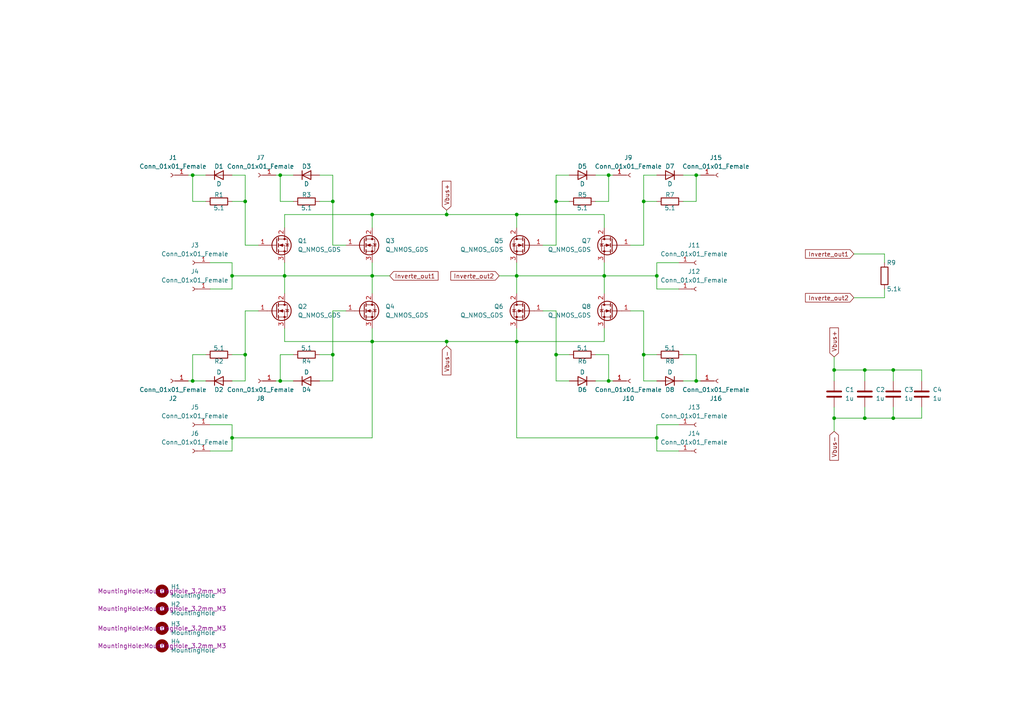
<source format=kicad_sch>
(kicad_sch (version 20211123) (generator eeschema)
  (paper "A4")
  (lib_symbols
    (symbol "Connector:Conn_01x01_Female" (pin_names (offset 1.016) hide)
      (property "Reference" "J" (at 0 2.54 0))
      (property "Value" "Conn_01x01_Female" (at 0 -2.54 0))
      (symbol "Conn_01x01_Female_1_1"
        (polyline (pts (xy -1.27 0) (xy -0.508 0)) (stroke (width 0.1524)))
        (arc (start 0 0.508) (mid -0.508 0) (end 0 -0.508) (stroke (width 0.1524)))
        (pin passive line (at -5.08 0 0) (length 3.81) (name "Pin_1") (number "1"))
      )
    )
    (symbol "Device:C" (pin_numbers hide) (pin_names (offset 0.254))
      (property "Reference" "C" (at 0.635 2.54 0))
      (property "Value" "C" (at 0.635 -2.54 0))
      (symbol "C_0_1"
        (polyline (pts (xy -2.032 -0.762) (xy 2.032 -0.762)) (stroke (width 0.508)))
        (polyline (pts (xy -2.032 0.762) (xy 2.032 0.762)) (stroke (width 0.508)))
      )
      (symbol "C_1_1"
        (pin passive line (at 0 3.81 270) (length 2.794) (name "~") (number "1"))
        (pin passive line (at 0 -3.81 90) (length 2.794) (name "~") (number "2"))
      )
    )
    (symbol "Device:D" (pin_numbers hide) (pin_names (offset 1.016) hide)
      (property "Reference" "D" (at 0 2.54 0))
      (property "Value" "D" (at 0 -2.54 0))
      (symbol "D_0_1"
        (polyline (pts (xy -1.27 1.27) (xy -1.27 -1.27)) (stroke (width 0.254)))
        (polyline (pts (xy 1.27 0) (xy -1.27 0)))
        (polyline (pts (xy 1.27 1.27) (xy 1.27 -1.27) (xy -1.27 0) (xy 1.27 1.27)) (stroke (width 0.254)))
      )
      (symbol "D_1_1"
        (pin passive line (at -3.81 0 0) (length 2.54) (name "K") (number "1"))
        (pin passive line (at 3.81 0 180) (length 2.54) (name "A") (number "2"))
      )
    )
    (symbol "Device:Q_NMOS_GDS" (pin_names (offset 0) hide)
      (property "Reference" "Q" (at 5.08 1.27 0))
      (property "Value" "Q_NMOS_GDS" (at 5.08 -1.27 0))
      (symbol "Q_NMOS_GDS_0_1"
        (polyline (pts (xy 0.254 0) (xy -2.54 0)))
        (polyline (pts (xy 0.254 1.905) (xy 0.254 -1.905)) (stroke (width 0.254)))
        (polyline (pts (xy 0.762 -1.27) (xy 0.762 -2.286)) (stroke (width 0.254)))
        (polyline (pts (xy 0.762 0.508) (xy 0.762 -0.508)) (stroke (width 0.254)))
        (polyline (pts (xy 0.762 2.286) (xy 0.762 1.27)) (stroke (width 0.254)))
        (polyline (pts (xy 2.54 2.54) (xy 2.54 1.778)))
        (polyline (pts (xy 2.54 -2.54) (xy 2.54 0) (xy 0.762 0)))
        (polyline (pts (xy 0.762 -1.778) (xy 3.302 -1.778) (xy 3.302 1.778) (xy 0.762 1.778)))
        (polyline (pts (xy 1.016 0) (xy 2.032 0.381) (xy 2.032 -0.381) (xy 1.016 0)) (fill (type outline)))
        (polyline (pts (xy 2.794 0.508) (xy 2.921 0.381) (xy 3.683 0.381) (xy 3.81 0.254)))
        (polyline (pts (xy 3.302 0.381) (xy 2.921 -0.254) (xy 3.683 -0.254) (xy 3.302 0.381)))
        (circle (center 1.651 0) (radius 2.794) (stroke (width 0.254)))
        (circle (center 2.54 -1.778) (radius 0.254) (fill (type outline)))
        (circle (center 2.54 1.778) (radius 0.254) (fill (type outline)))
      )
      (symbol "Q_NMOS_GDS_1_1"
        (pin input line (at -5.08 0 0) (length 2.54) (name "G") (number "1"))
        (pin passive line (at 2.54 5.08 270) (length 2.54) (name "D") (number "2"))
        (pin passive line (at 2.54 -5.08 90) (length 2.54) (name "S") (number "3"))
      )
    )
    (symbol "Device:R" (pin_numbers hide) (pin_names (offset 0))
      (property "Reference" "R" (at 2.032 0 90))
      (property "Value" "R" (at 0 0 90))
      (symbol "R_0_1"
        (rectangle (start -1.016 -2.54) (end 1.016 2.54) (stroke (width 0.254)))
      )
      (symbol "R_1_1"
        (pin passive line (at 0 3.81 270) (length 1.27) (name "~") (number "1"))
        (pin passive line (at 0 -3.81 90) (length 1.27) (name "~") (number "2"))
      )
    )
    (symbol "Mechanical:MountingHole" (pin_names (offset 1.016))
      (property "Reference" "H" (at 0 5.08 0))
      (property "Value" "MountingHole" (at 0 3.175 0))
      (symbol "MountingHole_0_1"
        (circle (center 0 0) (radius 1.27) (stroke (width 1.27)))
      )
    )
  )
  (junction (at 71.12 102.87))
  (junction (at 161.29 58.42))
  (junction (at 107.95 80.01))
  (junction (at 259.08 107.315))
  (junction (at 71.12 58.42))
  (junction (at 186.69 58.42))
  (junction (at 129.54 99.06))
  (junction (at 190.5 80.01))
  (junction (at 107.95 99.06))
  (junction (at 175.26 80.01))
  (junction (at 55.88 50.8))
  (junction (at 186.69 102.87))
  (junction (at 67.31 80.01))
  (junction (at 190.5 127))
  (junction (at 107.95 62.23))
  (junction (at 129.54 62.23))
  (junction (at 250.825 107.315))
  (junction (at 149.86 62.23))
  (junction (at 176.53 50.8))
  (junction (at 259.08 121.285))
  (junction (at 176.53 110.49))
  (junction (at 149.86 99.06))
  (junction (at 201.93 110.49))
  (junction (at 67.31 127))
  (junction (at 201.93 50.8))
  (junction (at 82.55 80.01))
  (junction (at 250.825 121.285))
  (junction (at 161.29 102.87))
  (junction (at 96.52 58.42))
  (junction (at 149.86 80.01))
  (junction (at 96.52 102.87))
  (junction (at 81.28 50.8))
  (junction (at 241.935 107.315))
  (junction (at 81.28 110.49))
  (junction (at 241.935 121.285))
  (junction (at 55.88 110.49))
  (wire (pts (xy 267.335 110.49) (xy 267.335 107.315)))
  (wire (pts (xy 129.54 60.96) (xy 129.54 62.23)))
  (wire (pts (xy 67.31 127) (xy 67.31 130.81)))
  (wire (pts (xy 259.08 107.315) (xy 250.825 107.315)))
  (wire (pts (xy 67.31 102.87) (xy 71.12 102.87)))
  (wire (pts (xy 107.95 99.06) (xy 107.95 95.25)))
  (wire (pts (xy 67.31 110.49) (xy 71.12 110.49)))
  (wire (pts (xy 241.935 121.285) (xy 241.935 125.095)))
  (wire (pts (xy 198.12 110.49) (xy 201.93 110.49)))
  (wire (pts (xy 190.5 102.87) (xy 186.69 102.87)))
  (wire (pts (xy 175.26 62.23) (xy 149.86 62.23)))
  (wire (pts (xy 92.71 110.49) (xy 96.52 110.49)))
  (wire (pts (xy 247.65 73.66) (xy 256.54 73.66)))
  (wire (pts (xy 71.12 58.42) (xy 71.12 71.12)))
  (wire (pts (xy 250.825 107.315) (xy 241.935 107.315)))
  (wire (pts (xy 176.53 58.42) (xy 172.72 58.42)))
  (wire (pts (xy 250.825 118.11) (xy 250.825 121.285)))
  (wire (pts (xy 161.29 90.17) (xy 157.48 90.17)))
  (wire (pts (xy 85.09 110.49) (xy 81.28 110.49)))
  (wire (pts (xy 149.86 62.23) (xy 149.86 66.04)))
  (wire (pts (xy 59.69 110.49) (xy 55.88 110.49)))
  (wire (pts (xy 201.93 50.8) (xy 201.93 58.42)))
  (wire (pts (xy 67.31 80.01) (xy 67.31 83.82)))
  (wire (pts (xy 67.31 58.42) (xy 71.12 58.42)))
  (wire (pts (xy 71.12 50.8) (xy 71.12 58.42)))
  (wire (pts (xy 186.69 71.12) (xy 182.88 71.12)))
  (wire (pts (xy 149.86 80.01) (xy 149.86 85.09)))
  (wire (pts (xy 96.52 50.8) (xy 96.52 58.42)))
  (wire (pts (xy 190.5 127) (xy 149.86 127)))
  (wire (pts (xy 82.55 99.06) (xy 107.95 99.06)))
  (wire (pts (xy 82.55 66.04) (xy 82.55 62.23)))
  (wire (pts (xy 190.5 123.19) (xy 190.5 127)))
  (wire (pts (xy 161.29 50.8) (xy 161.29 58.42)))
  (wire (pts (xy 92.71 102.87) (xy 96.52 102.87)))
  (wire (pts (xy 198.12 50.8) (xy 201.93 50.8)))
  (wire (pts (xy 190.5 80.01) (xy 175.26 80.01)))
  (wire (pts (xy 172.72 50.8) (xy 176.53 50.8)))
  (wire (pts (xy 71.12 110.49) (xy 71.12 102.87)))
  (wire (pts (xy 165.1 102.87) (xy 161.29 102.87)))
  (wire (pts (xy 107.95 62.23) (xy 107.95 66.04)))
  (wire (pts (xy 203.2 110.49) (xy 201.93 110.49)))
  (wire (pts (xy 250.825 107.315) (xy 250.825 110.49)))
  (wire (pts (xy 250.825 121.285) (xy 259.08 121.285)))
  (wire (pts (xy 107.95 127) (xy 107.95 99.06)))
  (wire (pts (xy 96.52 58.42) (xy 96.52 71.12)))
  (wire (pts (xy 149.86 99.06) (xy 149.86 95.25)))
  (wire (pts (xy 67.31 76.2) (xy 67.31 80.01)))
  (wire (pts (xy 161.29 110.49) (xy 161.29 102.87)))
  (wire (pts (xy 67.31 123.19) (xy 67.31 127)))
  (wire (pts (xy 82.55 80.01) (xy 82.55 85.09)))
  (wire (pts (xy 241.935 103.505) (xy 241.935 107.315)))
  (wire (pts (xy 201.93 102.87) (xy 198.12 102.87)))
  (wire (pts (xy 96.52 71.12) (xy 100.33 71.12)))
  (wire (pts (xy 149.86 76.2) (xy 149.86 80.01)))
  (wire (pts (xy 149.86 127) (xy 149.86 99.06)))
  (wire (pts (xy 81.28 50.8) (xy 81.28 58.42)))
  (wire (pts (xy 107.95 80.01) (xy 113.03 80.01)))
  (wire (pts (xy 175.26 80.01) (xy 175.26 76.2)))
  (wire (pts (xy 60.96 123.19) (xy 67.31 123.19)))
  (wire (pts (xy 161.29 102.87) (xy 161.29 90.17)))
  (wire (pts (xy 175.26 95.25) (xy 175.26 99.06)))
  (wire (pts (xy 80.01 50.8) (xy 81.28 50.8)))
  (wire (pts (xy 175.26 99.06) (xy 149.86 99.06)))
  (wire (pts (xy 190.5 50.8) (xy 186.69 50.8)))
  (wire (pts (xy 129.54 62.23) (xy 149.86 62.23)))
  (wire (pts (xy 172.72 110.49) (xy 176.53 110.49)))
  (wire (pts (xy 186.69 90.17) (xy 182.88 90.17)))
  (wire (pts (xy 190.5 76.2) (xy 190.5 80.01)))
  (wire (pts (xy 201.93 58.42) (xy 198.12 58.42)))
  (wire (pts (xy 81.28 110.49) (xy 81.28 102.87)))
  (wire (pts (xy 107.95 80.01) (xy 82.55 80.01)))
  (wire (pts (xy 259.08 107.315) (xy 259.08 110.49)))
  (wire (pts (xy 67.31 83.82) (xy 60.96 83.82)))
  (wire (pts (xy 149.86 80.01) (xy 175.26 80.01)))
  (wire (pts (xy 201.93 110.49) (xy 201.93 102.87)))
  (wire (pts (xy 129.54 99.06) (xy 149.86 99.06)))
  (wire (pts (xy 190.5 127) (xy 190.5 130.81)))
  (wire (pts (xy 256.54 83.82) (xy 256.54 86.36)))
  (wire (pts (xy 267.335 118.11) (xy 267.335 121.285)))
  (wire (pts (xy 71.12 102.87) (xy 71.12 90.17)))
  (wire (pts (xy 55.88 110.49) (xy 55.88 102.87)))
  (wire (pts (xy 54.61 50.8) (xy 55.88 50.8)))
  (wire (pts (xy 177.8 110.49) (xy 176.53 110.49)))
  (wire (pts (xy 186.69 50.8) (xy 186.69 58.42)))
  (wire (pts (xy 67.31 80.01) (xy 82.55 80.01)))
  (wire (pts (xy 175.26 66.04) (xy 175.26 62.23)))
  (wire (pts (xy 186.69 110.49) (xy 186.69 102.87)))
  (wire (pts (xy 144.78 80.01) (xy 149.86 80.01)))
  (wire (pts (xy 186.69 58.42) (xy 186.69 71.12)))
  (wire (pts (xy 60.96 76.2) (xy 67.31 76.2)))
  (wire (pts (xy 107.95 99.06) (xy 129.54 99.06)))
  (wire (pts (xy 161.29 58.42) (xy 161.29 71.12)))
  (wire (pts (xy 55.88 102.87) (xy 59.69 102.87)))
  (wire (pts (xy 176.53 50.8) (xy 176.53 58.42)))
  (wire (pts (xy 80.01 110.49) (xy 81.28 110.49)))
  (wire (pts (xy 267.335 107.315) (xy 259.08 107.315)))
  (wire (pts (xy 54.61 110.49) (xy 55.88 110.49)))
  (wire (pts (xy 67.31 127) (xy 107.95 127)))
  (wire (pts (xy 165.1 50.8) (xy 161.29 50.8)))
  (wire (pts (xy 196.85 76.2) (xy 190.5 76.2)))
  (wire (pts (xy 71.12 71.12) (xy 74.93 71.12)))
  (wire (pts (xy 190.5 130.81) (xy 196.85 130.81)))
  (wire (pts (xy 259.08 121.285) (xy 267.335 121.285)))
  (wire (pts (xy 190.5 110.49) (xy 186.69 110.49)))
  (wire (pts (xy 71.12 90.17) (xy 74.93 90.17)))
  (wire (pts (xy 186.69 102.87) (xy 186.69 90.17)))
  (wire (pts (xy 176.53 110.49) (xy 176.53 102.87)))
  (wire (pts (xy 129.54 99.06) (xy 129.54 100.33)))
  (wire (pts (xy 247.65 86.36) (xy 256.54 86.36)))
  (wire (pts (xy 190.5 83.82) (xy 196.85 83.82)))
  (wire (pts (xy 55.88 58.42) (xy 59.69 58.42)))
  (wire (pts (xy 107.95 62.23) (xy 129.54 62.23)))
  (wire (pts (xy 82.55 80.01) (xy 82.55 76.2)))
  (wire (pts (xy 81.28 102.87) (xy 85.09 102.87)))
  (wire (pts (xy 177.8 50.8) (xy 176.53 50.8)))
  (wire (pts (xy 107.95 76.2) (xy 107.95 80.01)))
  (wire (pts (xy 85.09 50.8) (xy 81.28 50.8)))
  (wire (pts (xy 81.28 58.42) (xy 85.09 58.42)))
  (wire (pts (xy 176.53 102.87) (xy 172.72 102.87)))
  (wire (pts (xy 67.31 130.81) (xy 60.96 130.81)))
  (wire (pts (xy 96.52 90.17) (xy 100.33 90.17)))
  (wire (pts (xy 107.95 80.01) (xy 107.95 85.09)))
  (wire (pts (xy 59.69 50.8) (xy 55.88 50.8)))
  (wire (pts (xy 165.1 58.42) (xy 161.29 58.42)))
  (wire (pts (xy 96.52 110.49) (xy 96.52 102.87)))
  (wire (pts (xy 161.29 71.12) (xy 157.48 71.12)))
  (wire (pts (xy 92.71 58.42) (xy 96.52 58.42)))
  (wire (pts (xy 256.54 73.66) (xy 256.54 76.2)))
  (wire (pts (xy 241.935 107.315) (xy 241.935 110.49)))
  (wire (pts (xy 55.88 50.8) (xy 55.88 58.42)))
  (wire (pts (xy 165.1 110.49) (xy 161.29 110.49)))
  (wire (pts (xy 175.26 80.01) (xy 175.26 85.09)))
  (wire (pts (xy 92.71 50.8) (xy 96.52 50.8)))
  (wire (pts (xy 190.5 58.42) (xy 186.69 58.42)))
  (wire (pts (xy 96.52 102.87) (xy 96.52 90.17)))
  (wire (pts (xy 196.85 123.19) (xy 190.5 123.19)))
  (wire (pts (xy 82.55 62.23) (xy 107.95 62.23)))
  (wire (pts (xy 241.935 118.11) (xy 241.935 121.285)))
  (wire (pts (xy 82.55 95.25) (xy 82.55 99.06)))
  (wire (pts (xy 259.08 118.11) (xy 259.08 121.285)))
  (wire (pts (xy 67.31 50.8) (xy 71.12 50.8)))
  (wire (pts (xy 203.2 50.8) (xy 201.93 50.8)))
  (wire (pts (xy 250.825 121.285) (xy 241.935 121.285)))
  (wire (pts (xy 190.5 80.01) (xy 190.5 83.82)))
  (global_label "Vbus-" (shape input) (at 129.54 100.33 270) (property "Intersheet References" "${INTERSHEET_REFS}" (effects hide)))
  (global_label "Vbus+" (shape input) (at 241.935 103.505 90) (property "Intersheet References" "${INTERSHEET_REFS}" (effects hide)))
  (global_label "Vbus+" (shape input) (at 129.54 60.96 90) (property "Intersheet References" "${INTERSHEET_REFS}" (effects hide)))
  (global_label "Inverte_out2" (shape input) (at 247.65 86.36 180) (property "Intersheet References" "${INTERSHEET_REFS}" (effects hide)))
  (global_label "Vbus-" (shape input) (at 241.935 125.095 270) (property "Intersheet References" "${INTERSHEET_REFS}" (effects hide)))
  (global_label "Inverte_out1" (shape input) (at 247.65 73.66 180) (property "Intersheet References" "${INTERSHEET_REFS}" (effects hide)))
  (global_label "Inverte_out2" (shape input) (at 144.78 80.01 180) (property "Intersheet References" "${INTERSHEET_REFS}" (effects hide)))
  (global_label "Inverte_out1" (shape input) (at 113.03 80.01 0) (property "Intersheet References" "${INTERSHEET_REFS}" (effects hide)))
  (symbol (lib_id "Device:Q_NMOS_GDS") (at 152.4 90.17 0) (mirror y) (unit 1)
    (property "Reference" "Q6" (at 146.05 88.8999 0) (effects (justify left)))
    (property "Value" "Q_NMOS_GDS" (at 146.05 91.4399 0) (effects (justify left)))
    (property "Footprint" "Package_TO_SOT_SMD:To-3P-SideMount" (effects hide))
  )
  (symbol (lib_id "Mechanical:MountingHole") (at 46.99 171.45 0) (unit 1)
    (property "Reference" "H1" (at 49.53 170.1799 0) (effects (justify left)))
    (property "Value" "MountingHole" (at 49.53 172.7199 0) (effects (justify left)))
    (property "Footprint" "MountingHole:MountingHole_3.2mm_M3" (at 46.99 171.45 0))
  )
  (symbol (lib_id "Device:C") (at 241.935 114.3 0) (unit 1)
    (property "Reference" "C1" (at 245.11 113.0299 0) (effects (justify left)))
    (property "Value" "1u" (at 245.11 115.5699 0) (effects (justify left)))
    (property "Footprint" "Capacitor_THT:C_Rect_L24.0mm_W8.6mm_P22.50mm_MKT" (effects hide))
  )
  (symbol (lib_id "Mechanical:MountingHole") (at 46.99 182.245 0) (unit 1)
    (property "Reference" "H3" (at 49.53 180.9749 0) (effects (justify left)))
    (property "Value" "MountingHole" (at 49.53 183.5149 0) (effects (justify left)))
    (property "Footprint" "MountingHole:MountingHole_3.2mm_M3" (at 46.99 182.245 0))
  )
  (symbol (lib_id "Device:Q_NMOS_GDS") (at 177.8 90.17 0) (mirror y) (unit 1)
    (property "Reference" "Q8" (at 171.45 88.8999 0) (effects (justify left)))
    (property "Value" "Q_NMOS_GDS" (at 171.45 91.4399 0) (effects (justify left)))
    (property "Footprint" "Package_TO_SOT_SMD:To-3P-SideMount" (effects hide))
  )
  (symbol (lib_id "Device:Q_NMOS_GDS") (at 177.8 71.12 0) (mirror y) (unit 1)
    (property "Reference" "Q7" (at 171.45 69.8499 0) (effects (justify left)))
    (property "Value" "Q_NMOS_GDS" (at 171.45 72.3899 0) (effects (justify left)))
    (property "Footprint" "Package_TO_SOT_SMD:To-3P-SideMount" (effects hide))
  )
  (symbol (lib_id "Device:Q_NMOS_GDS") (at 152.4 71.12 0) (mirror y) (unit 1)
    (property "Reference" "Q5" (at 146.05 69.8499 0) (effects (justify left)))
    (property "Value" "Q_NMOS_GDS" (at 146.05 72.3899 0) (effects (justify left)))
    (property "Footprint" "Package_TO_SOT_SMD:To-3P-SideMount" (effects hide))
  )
  (symbol (lib_id "Device:Q_NMOS_GDS") (at 105.41 90.17 0) (unit 1)
    (property "Reference" "Q4" (at 111.76 88.8999 0) (effects (justify left)))
    (property "Value" "Q_NMOS_GDS" (at 111.76 91.4399 0) (effects (justify left)))
    (property "Footprint" "Package_TO_SOT_SMD:To-3P-SideMount" (effects hide))
  )
  (symbol (lib_id "Device:D") (at 63.5 110.49 0) (mirror x) (unit 1)
    (property "Reference" "D2" (at 63.5 113.03 0))
    (property "Value" "D" (at 63.5 107.95 0))
    (property "Footprint" "Diode_SMD:D_SMB" (effects hide))
  )
  (symbol (lib_id "Device:D") (at 88.9 50.8 0) (unit 1)
    (property "Reference" "D3" (at 88.9 48.26 0))
    (property "Value" "D" (at 88.9 53.34 0))
    (property "Footprint" "Diode_SMD:D_SMB" (effects hide))
  )
  (symbol (lib_id "Device:C") (at 267.335 114.3 0) (unit 1)
    (property "Reference" "C4" (at 270.51 113.0299 0) (effects (justify left)))
    (property "Value" "1u" (at 270.51 115.5699 0) (effects (justify left)))
    (property "Footprint" "Capacitor_THT:C_Rect_L24.0mm_W8.6mm_P22.50mm_MKT" (effects hide))
  )
  (symbol (lib_id "Connector:Conn_01x01_Female") (at 74.93 110.49 0) (mirror y) (unit 1)
    (property "Reference" "J8" (at 75.565 115.57 0))
    (property "Value" "Conn_01x01_Female" (at 75.565 113.03 0))
    (property "Footprint" "Connector_PinSocket_2.54mm:PinSocket_1x01_P2.54mm_Vertical" (effects hide))
  )
  (symbol (lib_id "Connector:Conn_01x01_Female") (at 201.93 83.82 0) (mirror x) (unit 1)
    (property "Reference" "J12" (at 201.295 78.74 0))
    (property "Value" "Conn_01x01_Female" (at 201.295 81.28 0))
    (property "Footprint" "Connector_PinSocket_2.54mm:PinSocket_1x01_P2.54mm_Vertical" (effects hide))
  )
  (symbol (lib_id "Device:D") (at 168.91 110.49 180) (unit 1)
    (property "Reference" "D6" (at 168.91 113.03 0))
    (property "Value" "D" (at 168.91 107.95 0))
    (property "Footprint" "Diode_SMD:D_SMB" (effects hide))
  )
  (symbol (lib_id "Connector:Conn_01x01_Female") (at 201.93 123.19 0) (mirror x) (unit 1)
    (property "Reference" "J13" (at 201.295 118.11 0))
    (property "Value" "Conn_01x01_Female" (at 201.295 120.65 0))
    (property "Footprint" "Connector_PinSocket_2.54mm:PinSocket_1x01_P2.54mm_Vertical" (effects hide))
  )
  (symbol (lib_id "Connector:Conn_01x01_Female") (at 182.88 110.49 0) (unit 1)
    (property "Reference" "J10" (at 182.245 115.57 0))
    (property "Value" "Conn_01x01_Female" (at 182.245 113.03 0))
    (property "Footprint" "Connector_PinSocket_2.54mm:PinSocket_1x01_P2.54mm_Vertical" (effects hide))
  )
  (symbol (lib_id "Device:R") (at 194.31 102.87 270) (unit 1)
    (property "Reference" "R8" (at 194.31 104.775 90))
    (property "Value" "5.1" (at 194.31 100.965 90))
    (property "Footprint" "Resistor_SMD:R_1206_3216Metric" (effects hide))
  )
  (symbol (lib_id "Connector:Conn_01x01_Female") (at 201.93 76.2 0) (mirror x) (unit 1)
    (property "Reference" "J11" (at 201.295 71.12 0))
    (property "Value" "Conn_01x01_Female" (at 201.295 73.66 0))
    (property "Footprint" "Connector_PinSocket_2.54mm:PinSocket_1x01_P2.54mm_Vertical" (effects hide))
  )
  (symbol (lib_id "Device:R") (at 88.9 102.87 90) (mirror x) (unit 1)
    (property "Reference" "R4" (at 88.9 104.775 90))
    (property "Value" "5.1" (at 88.9 100.965 90))
    (property "Footprint" "Resistor_SMD:R_1206_3216Metric" (effects hide))
  )
  (symbol (lib_id "Device:D") (at 194.31 110.49 180) (unit 1)
    (property "Reference" "D8" (at 194.31 113.03 0))
    (property "Value" "D" (at 194.31 107.95 0))
    (property "Footprint" "Diode_SMD:D_SMB" (effects hide))
  )
  (symbol (lib_id "Device:R") (at 168.91 102.87 270) (unit 1)
    (property "Reference" "R6" (at 168.91 104.775 90))
    (property "Value" "5.1" (at 168.91 100.965 90))
    (property "Footprint" "Resistor_SMD:R_1206_3216Metric" (effects hide))
  )
  (symbol (lib_id "Connector:Conn_01x01_Female") (at 74.93 50.8 180) (unit 1)
    (property "Reference" "J7" (at 75.565 45.72 0))
    (property "Value" "Conn_01x01_Female" (at 75.565 48.26 0))
    (property "Footprint" "Connector_PinSocket_2.54mm:PinSocket_1x01_P2.54mm_Vertical" (effects hide))
  )
  (symbol (lib_id "Connector:Conn_01x01_Female") (at 55.88 130.81 180) (unit 1)
    (property "Reference" "J6" (at 56.515 125.73 0))
    (property "Value" "Conn_01x01_Female" (at 56.515 128.27 0))
    (property "Footprint" "Connector_PinSocket_2.54mm:PinSocket_1x01_P2.54mm_Vertical" (effects hide))
  )
  (symbol (lib_id "Device:D") (at 168.91 50.8 0) (mirror y) (unit 1)
    (property "Reference" "D5" (at 168.91 48.26 0))
    (property "Value" "D" (at 168.91 53.34 0))
    (property "Footprint" "Diode_SMD:D_SMB" (effects hide))
  )
  (symbol (lib_id "Device:R") (at 88.9 58.42 90) (unit 1)
    (property "Reference" "R3" (at 88.9 56.515 90))
    (property "Value" "5.1" (at 88.9 60.325 90))
    (property "Footprint" "Resistor_SMD:R_1206_3216Metric" (effects hide))
  )
  (symbol (lib_id "Device:Q_NMOS_GDS") (at 80.01 71.12 0) (unit 1)
    (property "Reference" "Q1" (at 86.36 69.8499 0) (effects (justify left)))
    (property "Value" "Q_NMOS_GDS" (at 86.36 72.3899 0) (effects (justify left)))
    (property "Footprint" "Package_TO_SOT_SMD:To-3P-SideMount" (effects hide))
  )
  (symbol (lib_id "Device:R") (at 194.31 58.42 270) (mirror x) (unit 1)
    (property "Reference" "R7" (at 194.31 56.515 90))
    (property "Value" "5.1" (at 194.31 60.325 90))
    (property "Footprint" "Resistor_SMD:R_1206_3216Metric" (effects hide))
  )
  (symbol (lib_id "Device:R") (at 63.5 58.42 90) (unit 1)
    (property "Reference" "R1" (at 63.5 56.515 90))
    (property "Value" "5.1" (at 63.5 60.325 90))
    (property "Footprint" "Resistor_SMD:R_1206_3216Metric" (effects hide))
  )
  (symbol (lib_id "Device:D") (at 194.31 50.8 0) (mirror y) (unit 1)
    (property "Reference" "D7" (at 194.31 48.26 0))
    (property "Value" "D" (at 194.31 53.34 0))
    (property "Footprint" "Diode_SMD:D_SMB" (effects hide))
  )
  (symbol (lib_id "Connector:Conn_01x01_Female") (at 208.28 50.8 0) (mirror x) (unit 1)
    (property "Reference" "J15" (at 207.645 45.72 0))
    (property "Value" "Conn_01x01_Female" (at 207.645 48.26 0))
    (property "Footprint" "Connector_PinSocket_2.54mm:PinSocket_1x01_P2.54mm_Vertical" (effects hide))
  )
  (symbol (lib_id "Device:R") (at 168.91 58.42 270) (mirror x) (unit 1)
    (property "Reference" "R5" (at 168.91 56.515 90))
    (property "Value" "5.1" (at 168.91 60.325 90))
    (property "Footprint" "Resistor_SMD:R_1206_3216Metric" (effects hide))
  )
  (symbol (lib_id "Device:R") (at 63.5 102.87 90) (mirror x) (unit 1)
    (property "Reference" "R2" (at 63.5 104.775 90))
    (property "Value" "5.1" (at 63.5 100.965 90))
    (property "Footprint" "Resistor_SMD:R_1206_3216Metric" (effects hide))
  )
  (symbol (lib_id "Device:D") (at 88.9 110.49 0) (mirror x) (unit 1)
    (property "Reference" "D4" (at 88.9 113.03 0))
    (property "Value" "D" (at 88.9 107.95 0))
    (property "Footprint" "Diode_SMD:D_SMB" (effects hide))
  )
  (symbol (lib_id "Connector:Conn_01x01_Female") (at 201.93 130.81 0) (mirror x) (unit 1)
    (property "Reference" "J14" (at 201.295 125.73 0))
    (property "Value" "Conn_01x01_Female" (at 201.295 128.27 0))
    (property "Footprint" "Connector_PinSocket_2.54mm:PinSocket_1x01_P2.54mm_Vertical" (effects hide))
  )
  (symbol (lib_id "Device:R") (at 256.54 80.01 180) (unit 1)
    (property "Reference" "R9" (at 257.175 76.2 0) (effects (justify right)))
    (property "Value" "5.1k" (at 257.175 83.82 0) (effects (justify right)))
    (property "Footprint" "Resistor_THT:R_Axial_Power_L20.0mm_W6.4mm_P25.40mm" (effects hide))
  )
  (symbol (lib_id "Device:C") (at 250.825 114.3 0) (unit 1)
    (property "Reference" "C2" (at 254 113.0299 0) (effects (justify left)))
    (property "Value" "1u" (at 254 115.5699 0) (effects (justify left)))
    (property "Footprint" "Capacitor_THT:C_Rect_L24.0mm_W8.6mm_P22.50mm_MKT" (effects hide))
  )
  (symbol (lib_id "Connector:Conn_01x01_Female") (at 49.53 50.8 180) (unit 1)
    (property "Reference" "J1" (at 50.165 45.72 0))
    (property "Value" "Conn_01x01_Female" (at 50.165 48.26 0))
    (property "Footprint" "Connector_PinHeader_2.54mm:PinHeader_1x01_P2.54mm_Vertical" (effects hide))
  )
  (symbol (lib_id "Device:D") (at 63.5 50.8 0) (unit 1)
    (property "Reference" "D1" (at 63.5 48.26 0))
    (property "Value" "D" (at 63.5 53.34 0))
    (property "Footprint" "Diode_SMD:D_SMB" (effects hide))
  )
  (symbol (lib_id "Device:Q_NMOS_GDS") (at 80.01 90.17 0) (unit 1)
    (property "Reference" "Q2" (at 86.36 88.8999 0) (effects (justify left)))
    (property "Value" "Q_NMOS_GDS" (at 86.36 91.4399 0) (effects (justify left)))
    (property "Footprint" "Package_TO_SOT_SMD:To-3P-SideMount" (effects hide))
  )
  (symbol (lib_id "Connector:Conn_01x01_Female") (at 55.88 83.82 180) (unit 1)
    (property "Reference" "J4" (at 56.515 78.74 0))
    (property "Value" "Conn_01x01_Female" (at 56.515 81.28 0))
    (property "Footprint" "Connector_PinSocket_2.54mm:PinSocket_1x01_P2.54mm_Vertical" (effects hide))
  )
  (symbol (lib_id "Connector:Conn_01x01_Female") (at 182.88 50.8 0) (mirror x) (unit 1)
    (property "Reference" "J9" (at 182.245 45.72 0))
    (property "Value" "Conn_01x01_Female" (at 182.245 48.26 0))
    (property "Footprint" "Connector_PinSocket_2.54mm:PinSocket_1x01_P2.54mm_Vertical" (effects hide))
  )
  (symbol (lib_id "Connector:Conn_01x01_Female") (at 55.88 76.2 180) (unit 1)
    (property "Reference" "J3" (at 56.515 71.12 0))
    (property "Value" "Conn_01x01_Female" (at 56.515 73.66 0))
    (property "Footprint" "Connector_PinSocket_2.54mm:PinSocket_1x01_P2.54mm_Vertical" (effects hide))
  )
  (symbol (lib_id "Connector:Conn_01x01_Female") (at 49.53 110.49 0) (mirror y) (unit 1)
    (property "Reference" "J2" (at 50.165 115.57 0))
    (property "Value" "Conn_01x01_Female" (at 50.165 113.03 0))
    (property "Footprint" "Connector_PinSocket_2.54mm:PinSocket_1x01_P2.54mm_Vertical" (effects hide))
  )
  (symbol (lib_id "Connector:Conn_01x01_Female") (at 55.88 123.19 180) (unit 1)
    (property "Reference" "J5" (at 56.515 118.11 0))
    (property "Value" "Conn_01x01_Female" (at 56.515 120.65 0))
    (property "Footprint" "Connector_PinSocket_2.54mm:PinSocket_1x01_P2.54mm_Vertical" (effects hide))
  )
  (symbol (lib_id "Mechanical:MountingHole") (at 46.99 176.53 0) (unit 1)
    (property "Reference" "H2" (at 49.53 175.2599 0) (effects (justify left)))
    (property "Value" "MountingHole" (at 49.53 177.7999 0) (effects (justify left)))
    (property "Footprint" "MountingHole:MountingHole_3.2mm_M3" (at 46.99 176.53 0))
  )
  (symbol (lib_id "Connector:Conn_01x01_Female") (at 208.28 110.49 0) (unit 1)
    (property "Reference" "J16" (at 207.645 115.57 0))
    (property "Value" "Conn_01x01_Female" (at 207.645 113.03 0))
    (property "Footprint" "Connector_PinSocket_2.54mm:PinSocket_1x01_P2.54mm_Vertical" (effects hide))
  )
  (symbol (lib_id "Device:C") (at 259.08 114.3 0) (unit 1)
    (property "Reference" "C3" (at 262.255 113.0299 0) (effects (justify left)))
    (property "Value" "1u" (at 262.255 115.5699 0) (effects (justify left)))
    (property "Footprint" "Capacitor_THT:C_Rect_L24.0mm_W8.6mm_P22.50mm_MKT" (effects hide))
  )
  (symbol (lib_id "Mechanical:MountingHole") (at 46.99 187.325 0) (unit 1)
    (property "Reference" "H4" (at 49.53 186.0549 0) (effects (justify left)))
    (property "Value" "MountingHole" (at 49.53 188.5949 0) (effects (justify left)))
    (property "Footprint" "MountingHole:MountingHole_3.2mm_M3" (at 46.99 187.325 0))
  )
  (symbol (lib_id "Device:Q_NMOS_GDS") (at 105.41 71.12 0) (unit 1)
    (property "Reference" "Q3" (at 111.76 69.8499 0) (effects (justify left)))
    (property "Value" "Q_NMOS_GDS" (at 111.76 72.3899 0) (effects (justify left)))
    (property "Footprint" "Package_TO_SOT_SMD:To-3P-SideMount" (effects hide))
  )
)
</source>
